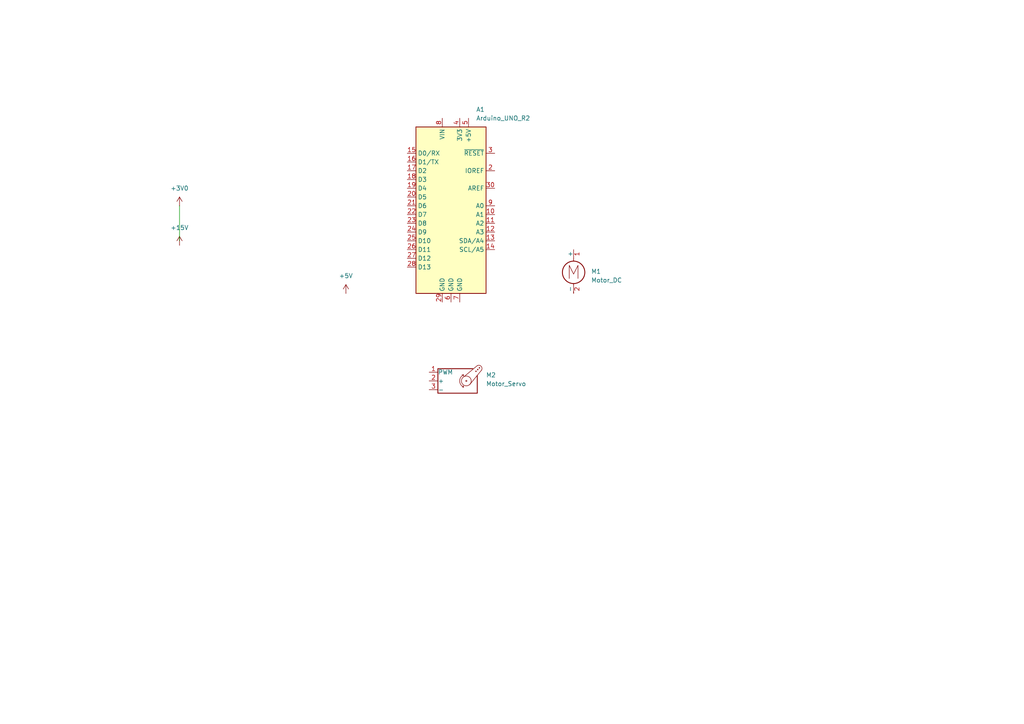
<source format=kicad_sch>
(kicad_sch (version 20231120) (generator "eeschema") (generator_version "8.0")
  (paper "A4")
  (lib_symbols
    (symbol "MCU_Module:Arduino_UNO_R2"
      (property "Reference" "A" (at -10.16 23.495 0))
      (property "Value" "Arduino_UNO_R2" (at 5.08 -26.67 0))
      (symbol "Arduino_UNO_R2_0_1"
        (rectangle (start -10.16 22.86) (end 10.16 -25.4) (stroke (width 0.254)) (fill (type background)))
      )
      (symbol "Arduino_UNO_R2_1_1"
        (pin no_connect line (at -10.16 -20.32 0) (length 2.54) hide (name "NC") (number "1"))
        (pin bidirectional line (at 12.7 -2.54 180) (length 2.54) (name "A1") (number "10"))
        (pin bidirectional line (at 12.7 -5.08 180) (length 2.54) (name "A2") (number "11"))
        (pin bidirectional line (at 12.7 -7.62 180) (length 2.54) (name "A3") (number "12"))
        (pin bidirectional line (at 12.7 -10.16 180) (length 2.54) (name "SDA/A4") (number "13"))
        (pin bidirectional line (at 12.7 -12.7 180) (length 2.54) (name "SCL/A5") (number "14"))
        (pin bidirectional line (at -12.7 15.24 0) (length 2.54) (name "D0/RX") (number "15"))
        (pin bidirectional line (at -12.7 12.7 0) (length 2.54) (name "D1/TX") (number "16"))
        (pin bidirectional line (at -12.7 10.16 0) (length 2.54) (name "D2") (number "17"))
        (pin bidirectional line (at -12.7 7.62 0) (length 2.54) (name "D3") (number "18"))
        (pin bidirectional line (at -12.7 5.08 0) (length 2.54) (name "D4") (number "19"))
        (pin output line (at 12.7 10.16 180) (length 2.54) (name "IOREF") (number "2"))
        (pin bidirectional line (at -12.7 2.54 0) (length 2.54) (name "D5") (number "20"))
        (pin bidirectional line (at -12.7 0 0) (length 2.54) (name "D6") (number "21"))
        (pin bidirectional line (at -12.7 -2.54 0) (length 2.54) (name "D7") (number "22"))
        (pin bidirectional line (at -12.7 -5.08 0) (length 2.54) (name "D8") (number "23"))
        (pin bidirectional line (at -12.7 -7.62 0) (length 2.54) (name "D9") (number "24"))
        (pin bidirectional line (at -12.7 -10.16 0) (length 2.54) (name "D10") (number "25"))
        (pin bidirectional line (at -12.7 -12.7 0) (length 2.54) (name "D11") (number "26"))
        (pin bidirectional line (at -12.7 -15.24 0) (length 2.54) (name "D12") (number "27"))
        (pin bidirectional line (at -12.7 -17.78 0) (length 2.54) (name "D13") (number "28"))
        (pin power_in line (at -2.54 -27.94 90) (length 2.54) (name "GND") (number "29"))
        (pin input line (at 12.7 15.24 180) (length 2.54) (name "~{RESET}") (number "3"))
        (pin input line (at 12.7 5.08 180) (length 2.54) (name "AREF") (number "30"))
        (pin power_out line (at 2.54 25.4 270) (length 2.54) (name "3V3") (number "4"))
        (pin power_out line (at 5.08 25.4 270) (length 2.54) (name "+5V") (number "5"))
        (pin power_in line (at 0 -27.94 90) (length 2.54) (name "GND") (number "6"))
        (pin power_in line (at 2.54 -27.94 90) (length 2.54) (name "GND") (number "7"))
        (pin power_in line (at -2.54 25.4 270) (length 2.54) (name "VIN") (number "8"))
        (pin bidirectional line (at 12.7 0 180) (length 2.54) (name "A0") (number "9"))
      )
    )
    (symbol "Motor:Motor_DC" (pin_names (offset 0))
      (property "Reference" "M" (at 2.54 2.54 0))
      (property "Value" "Motor_DC" (at 2.54 -5.08 0))
      (symbol "Motor_DC_0_0"
        (polyline (pts (xy -1.27 -3.302) (xy -1.27 0.508) (xy 0 -2.032) (xy 1.27 0.508) (xy 1.27 -3.302)))
      )
      (symbol "Motor_DC_0_1"
        (circle (center 0 -1.524) (radius 3.2512) (stroke (width 0.254)))
        (polyline (pts (xy 0 -7.62) (xy 0 -7.112)))
        (polyline (pts (xy 0 -4.7752) (xy 0 -5.1816)))
        (polyline (pts (xy 0 1.7272) (xy 0 2.0828)))
        (polyline (pts (xy 0 2.032) (xy 0 2.54)))
      )
      (symbol "Motor_DC_1_1"
        (pin passive line (at 0 5.08 270) (length 2.54) (name "+") (number "1"))
        (pin passive line (at 0 -7.62 90) (length 2.54) (name "-") (number "2"))
      )
    )
    (symbol "Motor:Motor_Servo" (pin_names (offset 0.0254))
      (property "Reference" "M" (at -5.08 4.445 0))
      (property "Value" "Motor_Servo" (at -5.08 -4.064 0))
      (symbol "Motor_Servo_0_1"
        (polyline (pts (xy 2.413 -1.778) (xy 2.032 -1.778)))
        (polyline (pts (xy 2.413 -1.778) (xy 2.286 -1.397)))
        (polyline (pts (xy 2.413 1.778) (xy 1.905 1.778)))
        (polyline (pts (xy 2.413 1.778) (xy 2.286 1.397)))
        (polyline (pts (xy 6.35 4.445) (xy 2.54 1.27)))
        (polyline (pts (xy 7.62 3.175) (xy 4.191 -1.016)))
        (polyline (pts (xy 5.08 3.556) (xy -5.08 3.556) (xy -5.08 -3.556) (xy 6.35 -3.556) (xy 6.35 1.524)) (stroke (width 0.254)))
        (arc (start 2.413 1.778) (mid 1.2406 0) (end 2.413 -1.778))
        (circle (center 3.175 0) (radius 0.1778))
        (circle (center 3.175 0) (radius 1.4224))
        (circle (center 5.969 2.794) (radius 0.127))
        (circle (center 6.477 3.302) (radius 0.127))
        (circle (center 6.985 3.81) (radius 0.127))
        (arc (start 7.62 3.175) (mid 7.4485 4.2735) (end 6.35 4.445))
      )
      (symbol "Motor_Servo_1_1"
        (pin passive line (at -7.62 2.54 0) (length 2.54) (name "PWM") (number "1"))
        (pin passive line (at -7.62 0 0) (length 2.54) (name "+") (number "2"))
        (pin passive line (at -7.62 -2.54 0) (length 2.54) (name "-") (number "3"))
      )
    )
    (symbol "power:+15V" (power) (pin_numbers hide) (pin_names (offset 0) hide)
      (property "Value" "+15V" (at 0 3.556 0))
      (symbol "+15V_0_1"
        (polyline (pts (xy -0.762 1.27) (xy 0 2.54)))
        (polyline (pts (xy 0 0) (xy 0 2.54)))
        (polyline (pts (xy 0 2.54) (xy 0.762 1.27)))
      )
      (symbol "+15V_1_1"
        (pin power_in line (at 0 0 90) (length 0) (name "~") (number "1"))
      )
    )
    (symbol "power:+3V0" (power) (pin_numbers hide) (pin_names (offset 0) hide)
      (property "Value" "+3V0" (at 0 3.556 0))
      (symbol "+3V0_0_1"
        (polyline (pts (xy -0.762 1.27) (xy 0 2.54)))
        (polyline (pts (xy 0 0) (xy 0 2.54)))
        (polyline (pts (xy 0 2.54) (xy 0.762 1.27)))
      )
      (symbol "+3V0_1_1"
        (pin power_in line (at 0 0 90) (length 0) (name "~") (number "1"))
      )
    )
    (symbol "power:+5V" (power) (pin_numbers hide) (pin_names (offset 0) hide)
      (property "Value" "+5V" (at 0 3.556 0))
      (symbol "+5V_0_1"
        (polyline (pts (xy -0.762 1.27) (xy 0 2.54)))
        (polyline (pts (xy 0 0) (xy 0 2.54)))
        (polyline (pts (xy 0 2.54) (xy 0.762 1.27)))
      )
      (symbol "+5V_1_1"
        (pin power_in line (at 0 0 90) (length 0) (name "~") (number "1"))
      )
    )
  )
  (wire (pts (xy 52.07 59.69) (xy 52.07 69.85)))
  (symbol (lib_id "power:+3V0") (at 52.07 59.69 0) (unit 1)
    (property "Reference" "#PWR03" (effects (hide yes)))
    (property "Value" "+3V0" (at 52.07 54.61 0))
    (property "Description" "Power symbol creates a global label with name \"+3V0\"" (effects (hide yes)))
  )
  (symbol (lib_id "MCU_Module:Arduino_UNO_R2") (at 130.81 59.69 0) (unit 1)
    (property "Reference" "A1" (at 138.0841 31.75 0) (effects (justify left)))
    (property "Value" "Arduino_UNO_R2" (at 138.0841 34.29 0) (effects (justify left)))
    (property "Footprint" "Module:Arduino_UNO_R2" (effects (hide yes)))
    (property "Datasheet" "https://www.arduino.cc/en/Main/arduinoBoardUno" (effects (hide yes)))
    (property "Description" "Arduino UNO Microcontroller Module, release 2" (effects (hide yes)))
  )
  (symbol (lib_id "Motor:Motor_DC") (at 166.37 77.47 0) (unit 1)
    (property "Reference" "M1" (at 171.45 78.7399 0) (effects (justify left)))
    (property "Value" "Motor_DC" (at 171.45 81.2799 0) (effects (justify left)))
    (property "Description" "DC Motor" (effects (hide yes)))
  )
  (symbol (lib_id "power:+15V") (at 52.07 71.12 0) (unit 1)
    (property "Reference" "#PWR02" (effects (hide yes)))
    (property "Value" "+15V" (at 52.07 66.04 0))
    (property "Description" "Power symbol creates a global label with name \"+15V\"" (effects (hide yes)))
  )
  (symbol (lib_id "Motor:Motor_Servo") (at 132.08 110.49 0) (unit 1)
    (property "Reference" "M2" (at 140.97 108.7865 0) (effects (justify left)))
    (property "Value" "Motor_Servo" (at 140.97 111.3265 0) (effects (justify left)))
    (property "Datasheet" "http://forums.parallax.com/uploads/attachments/46831/74481.png" (effects (hide yes)))
    (property "Description" "Servo Motor (Futaba, HiTec, JR connector)" (effects (hide yes)))
  )
  (symbol (lib_id "power:+5V") (at 100.33 85.09 0) (unit 1)
    (property "Reference" "#PWR01" (effects (hide yes)))
    (property "Value" "+5V" (at 100.33 80.01 0))
    (property "Description" "Power symbol creates a global label with name \"+5V\"" (effects (hide yes)))
  )
)
</source>
